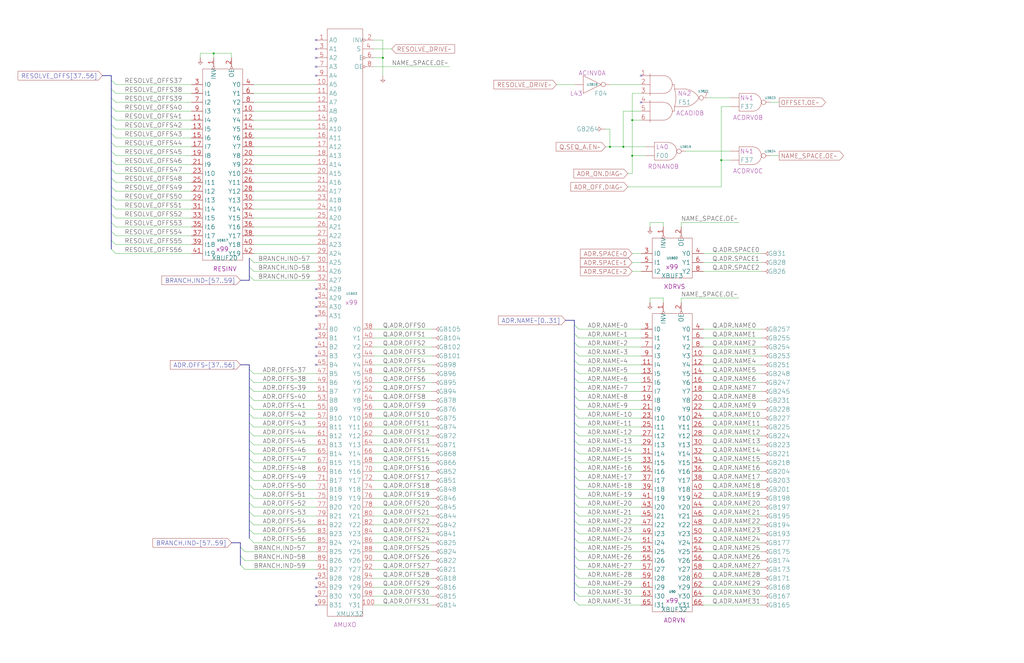
<source format=kicad_sch>
(kicad_sch (version 20230121) (generator eeschema)
  (paper "User" 584.2 378.46)
  (title_block (title "ADDRESS BUS DRIVERS") (date "22-MAY-90") (rev "1.0") (comment 1 "SEQUENCER") (comment 2 "232-003064") (comment 3 "S400") (comment 4 "RELEASED"))
  (junction (at 355.6 83.82))
  (junction (at 347.98 83.82))
  (junction (at 411.48 91.44))
  (junction (at 218.44 33.02))
  (junction (at 360.68 68.58))
  (junction (at 360.68 88.9))
  (junction (at 121.92 30.48))
  (no_connect (at 180.34 27.94))
  (no_connect (at 180.34 180.34))
  (no_connect (at 180.34 187.96))
  (no_connect (at 180.34 170.18))
  (no_connect (at 180.34 193.04))
  (no_connect (at 180.34 43.18))
  (no_connect (at 180.34 208.28))
  (no_connect (at 365.76 43.18))
  (no_connect (at 180.34 340.36))
  (no_connect (at 180.34 345.44))
  (no_connect (at 180.34 203.2))
  (no_connect (at 180.34 175.26))
  (no_connect (at 180.34 165.1))
  (no_connect (at 180.34 33.02))
  (no_connect (at 180.34 22.86))
  (no_connect (at 180.34 198.12))
  (no_connect (at 180.34 330.2))
  (no_connect (at 365.76 58.42))
  (no_connect (at 180.34 335.28))
  (no_connect (at 180.34 38.1))
  (bus_entry (at 327.66 297.18) (size 2.54 2.54))
  (bus_entry (at 327.66 246.38) (size 2.54 2.54))
  (bus_entry (at 142.24 236.22) (size 2.54 2.54))
  (bus_entry (at 327.66 307.34) (size 2.54 2.54))
  (bus_entry (at 137.16 317.5) (size 2.54 2.54))
  (bus_entry (at 327.66 251.46) (size 2.54 2.54))
  (bus_entry (at 327.66 322.58) (size 2.54 2.54))
  (bus_entry (at 327.66 231.14) (size 2.54 2.54))
  (bus_entry (at 327.66 287.02) (size 2.54 2.54))
  (bus_entry (at 327.66 241.3) (size 2.54 2.54))
  (bus_entry (at 63.5 91.44) (size 2.54 2.54))
  (bus_entry (at 63.5 60.96) (size 2.54 2.54))
  (bus_entry (at 327.66 312.42) (size 2.54 2.54))
  (bus_entry (at 142.24 231.14) (size 2.54 2.54))
  (bus_entry (at 327.66 317.5) (size 2.54 2.54))
  (bus_entry (at 327.66 327.66) (size 2.54 2.54))
  (bus_entry (at 142.24 307.34) (size 2.54 2.54))
  (bus_entry (at 142.24 297.18) (size 2.54 2.54))
  (bus_entry (at 327.66 276.86) (size 2.54 2.54))
  (bus_entry (at 142.24 261.62) (size 2.54 2.54))
  (bus_entry (at 327.66 271.78) (size 2.54 2.54))
  (bus_entry (at 63.5 71.12) (size 2.54 2.54))
  (bus_entry (at 327.66 215.9) (size 2.54 2.54))
  (bus_entry (at 63.5 96.52) (size 2.54 2.54))
  (bus_entry (at 142.24 210.82) (size 2.54 2.54))
  (bus_entry (at 142.24 251.46) (size 2.54 2.54))
  (bus_entry (at 327.66 220.98) (size 2.54 2.54))
  (bus_entry (at 142.24 287.02) (size 2.54 2.54))
  (bus_entry (at 63.5 101.6) (size 2.54 2.54))
  (bus_entry (at 327.66 342.9) (size 2.54 2.54))
  (bus_entry (at 327.66 332.74) (size 2.54 2.54))
  (bus_entry (at 327.66 200.66) (size 2.54 2.54))
  (bus_entry (at 142.24 266.7) (size 2.54 2.54))
  (bus_entry (at 142.24 271.78) (size 2.54 2.54))
  (bus_entry (at 327.66 261.62) (size 2.54 2.54))
  (bus_entry (at 327.66 226.06) (size 2.54 2.54))
  (bus_entry (at 142.24 256.54) (size 2.54 2.54))
  (bus_entry (at 142.24 292.1) (size 2.54 2.54))
  (bus_entry (at 142.24 281.94) (size 2.54 2.54))
  (bus_entry (at 63.5 127) (size 2.54 2.54))
  (bus_entry (at 142.24 157.48) (size 2.54 2.54))
  (bus_entry (at 63.5 106.68) (size 2.54 2.54))
  (bus_entry (at 63.5 66.04) (size 2.54 2.54))
  (bus_entry (at 142.24 152.4) (size 2.54 2.54))
  (bus_entry (at 63.5 45.72) (size 2.54 2.54))
  (bus_entry (at 142.24 220.98) (size 2.54 2.54))
  (bus_entry (at 63.5 121.92) (size 2.54 2.54))
  (bus_entry (at 327.66 266.7) (size 2.54 2.54))
  (bus_entry (at 327.66 337.82) (size 2.54 2.54))
  (bus_entry (at 137.16 312.42) (size 2.54 2.54))
  (bus_entry (at 327.66 210.82) (size 2.54 2.54))
  (bus_entry (at 142.24 147.32) (size 2.54 2.54))
  (bus_entry (at 142.24 215.9) (size 2.54 2.54))
  (bus_entry (at 63.5 50.8) (size 2.54 2.54))
  (bus_entry (at 327.66 195.58) (size 2.54 2.54))
  (bus_entry (at 327.66 185.42) (size 2.54 2.54))
  (bus_entry (at 63.5 142.24) (size 2.54 2.54))
  (bus_entry (at 142.24 226.06) (size 2.54 2.54))
  (bus_entry (at 63.5 76.2) (size 2.54 2.54))
  (bus_entry (at 63.5 132.08) (size 2.54 2.54))
  (bus_entry (at 63.5 111.76) (size 2.54 2.54))
  (bus_entry (at 63.5 81.28) (size 2.54 2.54))
  (bus_entry (at 327.66 292.1) (size 2.54 2.54))
  (bus_entry (at 142.24 276.86) (size 2.54 2.54))
  (bus_entry (at 327.66 236.22) (size 2.54 2.54))
  (bus_entry (at 63.5 116.84) (size 2.54 2.54))
  (bus_entry (at 327.66 256.54) (size 2.54 2.54))
  (bus_entry (at 327.66 205.74) (size 2.54 2.54))
  (bus_entry (at 327.66 302.26) (size 2.54 2.54))
  (bus_entry (at 142.24 241.3) (size 2.54 2.54))
  (bus_entry (at 327.66 281.94) (size 2.54 2.54))
  (bus_entry (at 327.66 190.5) (size 2.54 2.54))
  (bus_entry (at 63.5 55.88) (size 2.54 2.54))
  (bus_entry (at 142.24 302.26) (size 2.54 2.54))
  (bus_entry (at 142.24 246.38) (size 2.54 2.54))
  (bus_entry (at 137.16 322.58) (size 2.54 2.54))
  (bus_entry (at 63.5 137.16) (size 2.54 2.54))
  (bus_entry (at 63.5 86.36) (size 2.54 2.54))
  (bus (pts (xy 142.24 246.38) (xy 142.24 251.46)))
  (wire (pts (xy 66.04 53.34) (xy 109.22 53.34)))
  (wire (pts (xy 330.2 218.44) (xy 365.76 218.44)))
  (wire (pts (xy 401.32 198.12) (xy 434.34 198.12)))
  (wire (pts (xy 411.48 60.96) (xy 416.56 60.96)))
  (bus (pts (xy 322.58 182.88) (xy 327.66 182.88)))
  (bus (pts (xy 327.66 337.82) (xy 327.66 342.9)))
  (wire (pts (xy 139.7 320.04) (xy 180.34 320.04)))
  (bus (pts (xy 327.66 226.06) (xy 327.66 231.14)))
  (wire (pts (xy 213.36 335.28) (xy 246.38 335.28)))
  (wire (pts (xy 330.2 304.8) (xy 365.76 304.8)))
  (bus (pts (xy 142.24 266.7) (xy 142.24 271.78)))
  (bus (pts (xy 63.5 45.72) (xy 63.5 50.8)))
  (wire (pts (xy 370.84 170.18) (xy 378.46 170.18)))
  (wire (pts (xy 370.84 172.72) (xy 370.84 170.18)))
  (wire (pts (xy 144.78 53.34) (xy 180.34 53.34)))
  (bus (pts (xy 63.5 111.76) (xy 63.5 116.84)))
  (wire (pts (xy 213.36 243.84) (xy 246.38 243.84)))
  (wire (pts (xy 218.44 33.02) (xy 218.44 43.18)))
  (bus (pts (xy 63.5 101.6) (xy 63.5 106.68)))
  (wire (pts (xy 66.04 139.7) (xy 109.22 139.7)))
  (wire (pts (xy 213.36 279.4) (xy 246.38 279.4)))
  (wire (pts (xy 401.32 294.64) (xy 434.34 294.64)))
  (wire (pts (xy 330.2 294.64) (xy 365.76 294.64)))
  (wire (pts (xy 144.78 134.62) (xy 180.34 134.62)))
  (wire (pts (xy 401.32 279.4) (xy 434.34 279.4)))
  (wire (pts (xy 365.76 68.58) (xy 360.68 68.58)))
  (bus (pts (xy 142.24 152.4) (xy 142.24 157.48)))
  (bus (pts (xy 327.66 327.66) (xy 327.66 332.74)))
  (wire (pts (xy 144.78 274.32) (xy 180.34 274.32)))
  (bus (pts (xy 63.5 86.36) (xy 63.5 91.44)))
  (wire (pts (xy 114.3 33.02) (xy 114.3 30.48)))
  (wire (pts (xy 213.36 294.64) (xy 246.38 294.64)))
  (wire (pts (xy 144.78 104.14) (xy 180.34 104.14)))
  (bus (pts (xy 327.66 281.94) (xy 327.66 287.02)))
  (wire (pts (xy 401.32 248.92) (xy 434.34 248.92)))
  (wire (pts (xy 355.6 63.5) (xy 355.6 83.82)))
  (bus (pts (xy 327.66 302.26) (xy 327.66 307.34)))
  (wire (pts (xy 144.78 149.86) (xy 180.34 149.86)))
  (wire (pts (xy 330.2 289.56) (xy 365.76 289.56)))
  (wire (pts (xy 218.44 22.86) (xy 213.36 22.86)))
  (wire (pts (xy 144.78 63.5) (xy 180.34 63.5)))
  (wire (pts (xy 144.78 99.06) (xy 180.34 99.06)))
  (wire (pts (xy 401.32 228.6) (xy 434.34 228.6)))
  (wire (pts (xy 144.78 124.46) (xy 180.34 124.46)))
  (bus (pts (xy 327.66 287.02) (xy 327.66 292.1)))
  (bus (pts (xy 142.24 241.3) (xy 142.24 246.38)))
  (wire (pts (xy 401.32 284.48) (xy 434.34 284.48)))
  (wire (pts (xy 401.32 208.28) (xy 434.34 208.28)))
  (wire (pts (xy 144.78 213.36) (xy 180.34 213.36)))
  (wire (pts (xy 401.32 330.2) (xy 434.34 330.2)))
  (wire (pts (xy 213.36 259.08) (xy 246.38 259.08)))
  (wire (pts (xy 439.42 58.42) (xy 444.5 58.42)))
  (bus (pts (xy 327.66 190.5) (xy 327.66 195.58)))
  (wire (pts (xy 317.5 48.26) (xy 327.66 48.26)))
  (wire (pts (xy 213.36 208.28) (xy 246.38 208.28)))
  (wire (pts (xy 330.2 254) (xy 365.76 254)))
  (wire (pts (xy 330.2 299.72) (xy 365.76 299.72)))
  (wire (pts (xy 144.78 309.88) (xy 180.34 309.88)))
  (wire (pts (xy 401.32 238.76) (xy 434.34 238.76)))
  (wire (pts (xy 401.32 274.32) (xy 434.34 274.32)))
  (wire (pts (xy 401.32 213.36) (xy 434.34 213.36)))
  (wire (pts (xy 121.92 30.48) (xy 121.92 33.02)))
  (wire (pts (xy 66.04 48.26) (xy 109.22 48.26)))
  (wire (pts (xy 330.2 203.2) (xy 365.76 203.2)))
  (wire (pts (xy 439.42 88.9) (xy 444.5 88.9)))
  (wire (pts (xy 66.04 73.66) (xy 109.22 73.66)))
  (bus (pts (xy 327.66 256.54) (xy 327.66 261.62)))
  (bus (pts (xy 327.66 182.88) (xy 327.66 185.42)))
  (wire (pts (xy 378.46 170.18) (xy 378.46 172.72)))
  (wire (pts (xy 213.36 304.8) (xy 246.38 304.8)))
  (wire (pts (xy 213.36 284.48) (xy 246.38 284.48)))
  (wire (pts (xy 144.78 154.94) (xy 180.34 154.94)))
  (bus (pts (xy 63.5 132.08) (xy 63.5 137.16)))
  (wire (pts (xy 144.78 119.38) (xy 180.34 119.38)))
  (wire (pts (xy 144.78 294.64) (xy 180.34 294.64)))
  (wire (pts (xy 401.32 325.12) (xy 434.34 325.12)))
  (bus (pts (xy 327.66 195.58) (xy 327.66 200.66)))
  (wire (pts (xy 213.36 38.1) (xy 256.54 38.1)))
  (bus (pts (xy 63.5 43.18) (xy 63.5 45.72)))
  (wire (pts (xy 360.68 149.86) (xy 365.76 149.86)))
  (wire (pts (xy 401.32 243.84) (xy 434.34 243.84)))
  (wire (pts (xy 330.2 284.48) (xy 365.76 284.48)))
  (wire (pts (xy 213.36 27.94) (xy 223.52 27.94)))
  (wire (pts (xy 411.48 91.44) (xy 416.56 91.44)))
  (bus (pts (xy 63.5 96.52) (xy 63.5 101.6)))
  (wire (pts (xy 330.2 309.88) (xy 365.76 309.88)))
  (wire (pts (xy 132.08 30.48) (xy 132.08 33.02)))
  (wire (pts (xy 213.36 248.92) (xy 246.38 248.92)))
  (wire (pts (xy 370.84 127) (xy 378.46 127)))
  (bus (pts (xy 327.66 312.42) (xy 327.66 317.5)))
  (wire (pts (xy 66.04 124.46) (xy 109.22 124.46)))
  (wire (pts (xy 401.32 187.96) (xy 434.34 187.96)))
  (wire (pts (xy 144.78 228.6) (xy 180.34 228.6)))
  (bus (pts (xy 327.66 297.18) (xy 327.66 302.26)))
  (bus (pts (xy 327.66 241.3) (xy 327.66 246.38)))
  (wire (pts (xy 391.16 86.36) (xy 416.56 86.36)))
  (bus (pts (xy 327.66 292.1) (xy 327.66 297.18)))
  (wire (pts (xy 66.04 99.06) (xy 109.22 99.06)))
  (wire (pts (xy 368.3 88.9) (xy 360.68 88.9)))
  (wire (pts (xy 330.2 274.32) (xy 365.76 274.32)))
  (wire (pts (xy 144.78 144.78) (xy 180.34 144.78)))
  (wire (pts (xy 330.2 264.16) (xy 365.76 264.16)))
  (bus (pts (xy 63.5 137.16) (xy 63.5 142.24)))
  (wire (pts (xy 401.32 345.44) (xy 434.34 345.44)))
  (bus (pts (xy 137.16 160.02) (xy 142.24 160.02)))
  (wire (pts (xy 330.2 228.6) (xy 365.76 228.6)))
  (wire (pts (xy 213.36 314.96) (xy 246.38 314.96)))
  (wire (pts (xy 401.32 218.44) (xy 434.34 218.44)))
  (wire (pts (xy 66.04 68.58) (xy 109.22 68.58)))
  (wire (pts (xy 66.04 63.5) (xy 109.22 63.5)))
  (wire (pts (xy 401.32 203.2) (xy 434.34 203.2)))
  (bus (pts (xy 142.24 292.1) (xy 142.24 297.18)))
  (bus (pts (xy 63.5 60.96) (xy 63.5 66.04)))
  (wire (pts (xy 401.32 254) (xy 434.34 254)))
  (bus (pts (xy 142.24 210.82) (xy 142.24 215.9)))
  (wire (pts (xy 66.04 134.62) (xy 109.22 134.62)))
  (wire (pts (xy 401.32 309.88) (xy 434.34 309.88)))
  (wire (pts (xy 370.84 129.54) (xy 370.84 127)))
  (bus (pts (xy 63.5 116.84) (xy 63.5 121.92)))
  (wire (pts (xy 66.04 83.82) (xy 109.22 83.82)))
  (wire (pts (xy 401.32 304.8) (xy 434.34 304.8)))
  (wire (pts (xy 401.32 149.86) (xy 434.34 149.86)))
  (wire (pts (xy 345.44 83.82) (xy 347.98 83.82)))
  (wire (pts (xy 330.2 223.52) (xy 365.76 223.52)))
  (wire (pts (xy 213.36 233.68) (xy 246.38 233.68)))
  (wire (pts (xy 330.2 279.4) (xy 365.76 279.4)))
  (wire (pts (xy 388.62 127) (xy 388.62 129.54)))
  (bus (pts (xy 137.16 208.28) (xy 142.24 208.28)))
  (bus (pts (xy 63.5 71.12) (xy 63.5 76.2)))
  (wire (pts (xy 330.2 325.12) (xy 365.76 325.12)))
  (bus (pts (xy 58.42 43.18) (xy 63.5 43.18)))
  (bus (pts (xy 63.5 81.28) (xy 63.5 86.36)))
  (wire (pts (xy 401.32 289.56) (xy 434.34 289.56)))
  (wire (pts (xy 401.32 320.04) (xy 434.34 320.04)))
  (wire (pts (xy 144.78 259.08) (xy 180.34 259.08)))
  (bus (pts (xy 327.66 261.62) (xy 327.66 266.7)))
  (bus (pts (xy 132.08 309.88) (xy 137.16 309.88)))
  (bus (pts (xy 137.16 309.88) (xy 137.16 312.42)))
  (wire (pts (xy 360.68 68.58) (xy 360.68 88.9)))
  (wire (pts (xy 411.48 91.44) (xy 411.48 60.96)))
  (wire (pts (xy 330.2 213.36) (xy 365.76 213.36)))
  (wire (pts (xy 330.2 187.96) (xy 365.76 187.96)))
  (wire (pts (xy 330.2 335.28) (xy 365.76 335.28)))
  (bus (pts (xy 142.24 297.18) (xy 142.24 302.26)))
  (wire (pts (xy 330.2 340.36) (xy 365.76 340.36)))
  (wire (pts (xy 401.32 144.78) (xy 434.34 144.78)))
  (bus (pts (xy 63.5 91.44) (xy 63.5 96.52)))
  (bus (pts (xy 142.24 215.9) (xy 142.24 220.98)))
  (wire (pts (xy 144.78 93.98) (xy 180.34 93.98)))
  (wire (pts (xy 330.2 198.12) (xy 365.76 198.12)))
  (wire (pts (xy 144.78 223.52) (xy 180.34 223.52)))
  (bus (pts (xy 327.66 266.7) (xy 327.66 271.78)))
  (wire (pts (xy 139.7 325.12) (xy 180.34 325.12)))
  (bus (pts (xy 142.24 261.62) (xy 142.24 266.7)))
  (wire (pts (xy 330.2 320.04) (xy 365.76 320.04)))
  (wire (pts (xy 213.36 325.12) (xy 246.38 325.12)))
  (bus (pts (xy 142.24 231.14) (xy 142.24 236.22)))
  (wire (pts (xy 401.32 264.16) (xy 434.34 264.16)))
  (wire (pts (xy 345.44 73.66) (xy 347.98 73.66)))
  (bus (pts (xy 327.66 307.34) (xy 327.66 312.42)))
  (bus (pts (xy 327.66 246.38) (xy 327.66 251.46)))
  (wire (pts (xy 144.78 114.3) (xy 180.34 114.3)))
  (wire (pts (xy 144.78 243.84) (xy 180.34 243.84)))
  (wire (pts (xy 66.04 78.74) (xy 109.22 78.74)))
  (wire (pts (xy 421.64 127) (xy 388.62 127)))
  (wire (pts (xy 144.78 68.58) (xy 180.34 68.58)))
  (wire (pts (xy 360.68 68.58) (xy 360.68 53.34)))
  (wire (pts (xy 213.36 218.44) (xy 246.38 218.44)))
  (wire (pts (xy 66.04 129.54) (xy 109.22 129.54)))
  (wire (pts (xy 330.2 259.08) (xy 365.76 259.08)))
  (wire (pts (xy 213.36 203.2) (xy 246.38 203.2)))
  (bus (pts (xy 327.66 185.42) (xy 327.66 190.5)))
  (wire (pts (xy 330.2 269.24) (xy 365.76 269.24)))
  (wire (pts (xy 213.36 264.16) (xy 246.38 264.16)))
  (bus (pts (xy 327.66 251.46) (xy 327.66 256.54)))
  (bus (pts (xy 327.66 276.86) (xy 327.66 281.94)))
  (bus (pts (xy 142.24 256.54) (xy 142.24 261.62)))
  (bus (pts (xy 142.24 271.78) (xy 142.24 276.86)))
  (bus (pts (xy 137.16 317.5) (xy 137.16 322.58)))
  (wire (pts (xy 213.36 289.56) (xy 246.38 289.56)))
  (bus (pts (xy 327.66 210.82) (xy 327.66 215.9)))
  (wire (pts (xy 213.36 228.6) (xy 246.38 228.6)))
  (wire (pts (xy 213.36 330.2) (xy 246.38 330.2)))
  (wire (pts (xy 144.78 248.92) (xy 180.34 248.92)))
  (wire (pts (xy 144.78 304.8) (xy 180.34 304.8)))
  (bus (pts (xy 63.5 76.2) (xy 63.5 81.28)))
  (bus (pts (xy 142.24 287.02) (xy 142.24 292.1)))
  (wire (pts (xy 401.32 154.94) (xy 434.34 154.94)))
  (wire (pts (xy 144.78 269.24) (xy 180.34 269.24)))
  (bus (pts (xy 142.24 147.32) (xy 142.24 152.4)))
  (wire (pts (xy 66.04 109.22) (xy 109.22 109.22)))
  (wire (pts (xy 144.78 279.4) (xy 180.34 279.4)))
  (wire (pts (xy 355.6 63.5) (xy 365.76 63.5)))
  (wire (pts (xy 66.04 93.98) (xy 109.22 93.98)))
  (wire (pts (xy 330.2 243.84) (xy 365.76 243.84)))
  (wire (pts (xy 144.78 48.26) (xy 180.34 48.26)))
  (bus (pts (xy 142.24 208.28) (xy 142.24 210.82)))
  (bus (pts (xy 327.66 332.74) (xy 327.66 337.82)))
  (wire (pts (xy 66.04 58.42) (xy 109.22 58.42)))
  (wire (pts (xy 66.04 119.38) (xy 109.22 119.38)))
  (wire (pts (xy 330.2 208.28) (xy 365.76 208.28)))
  (wire (pts (xy 330.2 248.92) (xy 365.76 248.92)))
  (bus (pts (xy 142.24 281.94) (xy 142.24 287.02)))
  (wire (pts (xy 360.68 88.9) (xy 360.68 99.06)))
  (bus (pts (xy 327.66 322.58) (xy 327.66 327.66)))
  (wire (pts (xy 213.36 320.04) (xy 246.38 320.04)))
  (wire (pts (xy 213.36 269.24) (xy 246.38 269.24)))
  (wire (pts (xy 401.32 223.52) (xy 434.34 223.52)))
  (wire (pts (xy 365.76 53.34) (xy 360.68 53.34)))
  (wire (pts (xy 401.32 193.04) (xy 434.34 193.04)))
  (wire (pts (xy 401.32 314.96) (xy 434.34 314.96)))
  (wire (pts (xy 144.78 299.72) (xy 180.34 299.72)))
  (wire (pts (xy 144.78 233.68) (xy 180.34 233.68)))
  (wire (pts (xy 144.78 254) (xy 180.34 254)))
  (bus (pts (xy 142.24 220.98) (xy 142.24 226.06)))
  (bus (pts (xy 142.24 226.06) (xy 142.24 231.14)))
  (bus (pts (xy 327.66 220.98) (xy 327.66 226.06)))
  (wire (pts (xy 144.78 284.48) (xy 180.34 284.48)))
  (wire (pts (xy 213.36 193.04) (xy 246.38 193.04)))
  (wire (pts (xy 144.78 58.42) (xy 180.34 58.42)))
  (wire (pts (xy 421.64 170.18) (xy 388.62 170.18)))
  (wire (pts (xy 401.32 233.68) (xy 434.34 233.68)))
  (bus (pts (xy 327.66 205.74) (xy 327.66 210.82)))
  (wire (pts (xy 358.14 106.68) (xy 411.48 106.68)))
  (bus (pts (xy 63.5 55.88) (xy 63.5 60.96)))
  (wire (pts (xy 144.78 264.16) (xy 180.34 264.16)))
  (wire (pts (xy 213.36 254) (xy 246.38 254)))
  (wire (pts (xy 218.44 33.02) (xy 218.44 22.86)))
  (wire (pts (xy 66.04 88.9) (xy 109.22 88.9)))
  (wire (pts (xy 144.78 160.02) (xy 180.34 160.02)))
  (wire (pts (xy 213.36 340.36) (xy 246.38 340.36)))
  (wire (pts (xy 401.32 269.24) (xy 434.34 269.24)))
  (wire (pts (xy 401.32 299.72) (xy 434.34 299.72)))
  (bus (pts (xy 137.16 312.42) (xy 137.16 317.5)))
  (wire (pts (xy 144.78 109.22) (xy 180.34 109.22)))
  (bus (pts (xy 63.5 121.92) (xy 63.5 127)))
  (wire (pts (xy 144.78 139.7) (xy 180.34 139.7)))
  (bus (pts (xy 327.66 200.66) (xy 327.66 205.74)))
  (wire (pts (xy 411.48 106.68) (xy 411.48 91.44)))
  (wire (pts (xy 144.78 218.44) (xy 180.34 218.44)))
  (wire (pts (xy 213.36 33.02) (xy 218.44 33.02)))
  (wire (pts (xy 144.78 289.56) (xy 180.34 289.56)))
  (wire (pts (xy 66.04 144.78) (xy 109.22 144.78)))
  (wire (pts (xy 388.62 170.18) (xy 388.62 172.72)))
  (bus (pts (xy 63.5 127) (xy 63.5 132.08)))
  (wire (pts (xy 66.04 114.3) (xy 109.22 114.3)))
  (bus (pts (xy 327.66 271.78) (xy 327.66 276.86)))
  (wire (pts (xy 139.7 314.96) (xy 180.34 314.96)))
  (wire (pts (xy 213.36 309.88) (xy 246.38 309.88)))
  (wire (pts (xy 330.2 330.2) (xy 365.76 330.2)))
  (wire (pts (xy 121.92 30.48) (xy 132.08 30.48)))
  (wire (pts (xy 144.78 238.76) (xy 180.34 238.76)))
  (bus (pts (xy 63.5 106.68) (xy 63.5 111.76)))
  (wire (pts (xy 330.2 193.04) (xy 365.76 193.04)))
  (wire (pts (xy 66.04 104.14) (xy 109.22 104.14)))
  (bus (pts (xy 63.5 50.8) (xy 63.5 55.88)))
  (wire (pts (xy 213.36 345.44) (xy 246.38 345.44)))
  (wire (pts (xy 347.98 83.82) (xy 355.6 83.82)))
  (wire (pts (xy 330.2 314.96) (xy 365.76 314.96)))
  (wire (pts (xy 360.68 154.94) (xy 365.76 154.94)))
  (bus (pts (xy 327.66 317.5) (xy 327.66 322.58)))
  (wire (pts (xy 213.36 238.76) (xy 246.38 238.76)))
  (wire (pts (xy 144.78 129.54) (xy 180.34 129.54)))
  (wire (pts (xy 403.86 55.88) (xy 416.56 55.88)))
  (bus (pts (xy 63.5 66.04) (xy 63.5 71.12)))
  (wire (pts (xy 347.98 48.26) (xy 365.76 48.26)))
  (wire (pts (xy 378.46 127) (xy 378.46 129.54)))
  (bus (pts (xy 142.24 302.26) (xy 142.24 307.34)))
  (wire (pts (xy 401.32 259.08) (xy 434.34 259.08)))
  (wire (pts (xy 144.78 83.82) (xy 180.34 83.82)))
  (wire (pts (xy 213.36 213.36) (xy 246.38 213.36)))
  (wire (pts (xy 114.3 30.48) (xy 121.92 30.48)))
  (wire (pts (xy 213.36 299.72) (xy 246.38 299.72)))
  (bus (pts (xy 142.24 236.22) (xy 142.24 241.3)))
  (wire (pts (xy 401.32 340.36) (xy 434.34 340.36)))
  (wire (pts (xy 144.78 78.74) (xy 180.34 78.74)))
  (wire (pts (xy 355.6 83.82) (xy 368.3 83.82)))
  (bus (pts (xy 142.24 276.86) (xy 142.24 281.94)))
  (bus (pts (xy 327.66 236.22) (xy 327.66 241.3)))
  (wire (pts (xy 360.68 144.78) (xy 365.76 144.78)))
  (wire (pts (xy 213.36 187.96) (xy 246.38 187.96)))
  (wire (pts (xy 213.36 274.32) (xy 246.38 274.32)))
  (wire (pts (xy 330.2 238.76) (xy 365.76 238.76)))
  (wire (pts (xy 213.36 198.12) (xy 246.38 198.12)))
  (bus (pts (xy 327.66 231.14) (xy 327.66 236.22)))
  (wire (pts (xy 401.32 335.28) (xy 434.34 335.28)))
  (wire (pts (xy 144.78 73.66) (xy 180.34 73.66)))
  (wire (pts (xy 347.98 73.66) (xy 347.98 83.82)))
  (bus (pts (xy 142.24 160.02) (xy 142.24 157.48)))
  (wire (pts (xy 213.36 223.52) (xy 246.38 223.52)))
  (wire (pts (xy 144.78 88.9) (xy 180.34 88.9)))
  (bus (pts (xy 327.66 215.9) (xy 327.66 220.98)))
  (wire (pts (xy 358.14 99.06) (xy 360.68 99.06)))
  (bus (pts (xy 142.24 251.46) (xy 142.24 256.54)))
  (wire (pts (xy 330.2 345.44) (xy 365.76 345.44)))
  (wire (pts (xy 330.2 233.68) (xy 365.76 233.68)))
  (label "Q.ADR.OFFS15" (at 218.44 264.16 0) (effects (font (size 2.54 2.54))))
  (label "RESOLVE_OFFS46" (at 71.12 93.98 0) (effects (font (size 2.54 2.54))))
  (label "ADR.NAME~26" (at 335.28 320.04 0) (effects (font (size 2.54 2.54))))
  (label "Q.ADR.OFFS16" (at 218.44 269.24 0) (effects (font (size 2.54 2.54))))
  (label "Q.ADR.NAME30" (at 406.4 340.36 0) (effects (font (size 2.54 2.54))))
  (label "Q.ADR.NAME1" (at 406.4 193.04 0) (effects (font (size 2.54 2.54))))
  (label "Q.ADR.OFFS25" (at 218.44 314.96 0) (effects (font (size 2.54 2.54))))
  (label "ADR.NAME~4" (at 335.28 208.28 0) (effects (font (size 2.54 2.54))))
  (label "Q.ADR.NAME2" (at 406.4 198.12 0) (effects (font (size 2.54 2.54))))
  (label "RESOLVE_OFFS44" (at 71.12 83.82 0) (effects (font (size 2.54 2.54))))
  (label "ADR.NAME~6" (at 335.28 218.44 0) (effects (font (size 2.54 2.54))))
  (label "ADR.NAME~1" (at 335.28 193.04 0) (effects (font (size 2.54 2.54))))
  (label "Q.ADR.NAME29" (at 406.4 335.28 0) (effects (font (size 2.54 2.54))))
  (label "Q.ADR.SPACE2" (at 406.4 154.94 0) (effects (font (size 2.54 2.54))))
  (label "Q.ADR.NAME14" (at 406.4 259.08 0) (effects (font (size 2.54 2.54))))
  (label "Q.ADR.NAME3" (at 406.4 203.2 0) (effects (font (size 2.54 2.54))))
  (label "BRANCH.IND~58" (at 144.78 320.04 0) (effects (font (size 2.54 2.54))))
  (label "BRANCH.IND~57" (at 147.32 149.86 0) (effects (font (size 2.54 2.54))))
  (label "ADR.NAME~8" (at 335.28 228.6 0) (effects (font (size 2.54 2.54))))
  (label "ADR.NAME~27" (at 335.28 325.12 0) (effects (font (size 2.54 2.54))))
  (label "Q.ADR.NAME0" (at 406.4 187.96 0) (effects (font (size 2.54 2.54))))
  (label "BRANCH.IND~58" (at 147.32 154.94 0) (effects (font (size 2.54 2.54))))
  (label "BRANCH.IND~59" (at 147.32 160.02 0) (effects (font (size 2.54 2.54))))
  (label "ADR.OFFS~37" (at 149.86 213.36 0) (effects (font (size 2.54 2.54))))
  (label "NAME_SPACE.OE~" (at 223.52 38.1 0) (effects (font (size 2.54 2.54))))
  (label "ADR.OFFS~41" (at 149.86 233.68 0) (effects (font (size 2.54 2.54))))
  (label "Q.ADR.OFFS9" (at 218.44 233.68 0) (effects (font (size 2.54 2.54))))
  (label "RESOLVE_OFFS52" (at 71.12 124.46 0) (effects (font (size 2.54 2.54))))
  (label "Q.ADR.OFFS3" (at 218.44 203.2 0) (effects (font (size 2.54 2.54))))
  (label "ADR.OFFS~43" (at 149.86 243.84 0) (effects (font (size 2.54 2.54))))
  (label "RESOLVE_OFFS50" (at 71.12 114.3 0) (effects (font (size 2.54 2.54))))
  (label "ADR.NAME~16" (at 335.28 269.24 0) (effects (font (size 2.54 2.54))))
  (label "ADR.NAME~9" (at 335.28 233.68 0) (effects (font (size 2.54 2.54))))
  (label "ADR.NAME~25" (at 335.28 314.96 0) (effects (font (size 2.54 2.54))))
  (label "Q.ADR.NAME6" (at 406.4 218.44 0) (effects (font (size 2.54 2.54))))
  (label "ADR.OFFS~45" (at 149.86 254 0) (effects (font (size 2.54 2.54))))
  (label "Q.ADR.OFFS12" (at 218.44 248.92 0) (effects (font (size 2.54 2.54))))
  (label "ADR.NAME~15" (at 335.28 264.16 0) (effects (font (size 2.54 2.54))))
  (label "Q.ADR.NAME13" (at 406.4 254 0) (effects (font (size 2.54 2.54))))
  (label "ADR.OFFS~47" (at 149.86 264.16 0) (effects (font (size 2.54 2.54))))
  (label "RESOLVE_OFFS53" (at 71.12 129.54 0) (effects (font (size 2.54 2.54))))
  (label "Q.ADR.NAME7" (at 406.4 223.52 0) (effects (font (size 2.54 2.54))))
  (label "Q.ADR.NAME17" (at 406.4 274.32 0) (effects (font (size 2.54 2.54))))
  (label "Q.ADR.NAME22" (at 406.4 299.72 0) (effects (font (size 2.54 2.54))))
  (label "RESOLVE_OFFS54" (at 71.12 134.62 0) (effects (font (size 2.54 2.54))))
  (label "BRANCH.IND~57" (at 144.78 314.96 0) (effects (font (size 2.54 2.54))))
  (label "ADR.NAME~11" (at 335.28 243.84 0) (effects (font (size 2.54 2.54))))
  (label "Q.ADR.OFFS23" (at 218.44 304.8 0) (effects (font (size 2.54 2.54))))
  (label "Q.ADR.OFFS30" (at 218.44 340.36 0) (effects (font (size 2.54 2.54))))
  (label "RESOLVE_OFFS37" (at 71.12 48.26 0) (effects (font (size 2.54 2.54))))
  (label "Q.ADR.NAME15" (at 406.4 264.16 0) (effects (font (size 2.54 2.54))))
  (label "ADR.NAME~30" (at 335.28 340.36 0) (effects (font (size 2.54 2.54))))
  (label "Q.ADR.OFFS7" (at 218.44 223.52 0) (effects (font (size 2.54 2.54))))
  (label "Q.ADR.NAME10" (at 406.4 238.76 0) (effects (font (size 2.54 2.54))))
  (label "NAME_SPACE.OE~" (at 388.62 127 0) (effects (font (size 2.54 2.54))))
  (label "ADR.OFFS~40" (at 149.86 228.6 0) (effects (font (size 2.54 2.54))))
  (label "Q.ADR.OFFS6" (at 218.44 218.44 0) (effects (font (size 2.54 2.54))))
  (label "ADR.NAME~14" (at 335.28 259.08 0) (effects (font (size 2.54 2.54))))
  (label "Q.ADR.SPACE1" (at 406.4 149.86 0) (effects (font (size 2.54 2.54))))
  (label "RESOLVE_OFFS42" (at 71.12 73.66 0) (effects (font (size 2.54 2.54))))
  (label "Q.ADR.SPACE0" (at 406.4 144.78 0) (effects (font (size 2.54 2.54))))
  (label "ADR.NAME~18" (at 335.28 279.4 0) (effects (font (size 2.54 2.54))))
  (label "Q.ADR.OFFS26" (at 218.44 320.04 0) (effects (font (size 2.54 2.54))))
  (label "BRANCH.IND~59" (at 144.78 325.12 0) (effects (font (size 2.54 2.54))))
  (label "Q.ADR.NAME16" (at 406.4 269.24 0) (effects (font (size 2.54 2.54))))
  (label "ADR.NAME~12" (at 335.28 248.92 0) (effects (font (size 2.54 2.54))))
  (label "ADR.NAME~10" (at 335.28 238.76 0) (effects (font (size 2.54 2.54))))
  (label "RESOLVE_OFFS55" (at 71.12 139.7 0) (effects (font (size 2.54 2.54))))
  (label "Q.ADR.OFFS27" (at 218.44 325.12 0) (effects (font (size 2.54 2.54))))
  (label "RESOLVE_OFFS51" (at 71.12 119.38 0) (effects (font (size 2.54 2.54))))
  (label "Q.ADR.OFFS17" (at 218.44 274.32 0) (effects (font (size 2.54 2.54))))
  (label "Q.ADR.OFFS28" (at 218.44 330.2 0) (effects (font (size 2.54 2.54))))
  (label "ADR.NAME~23" (at 335.28 304.8 0) (effects (font (size 2.54 2.54))))
  (label "Q.ADR.OFFS5" (at 218.44 213.36 0) (effects (font (size 2.54 2.54))))
  (label "RESOLVE_OFFS48" (at 71.12 104.14 0) (effects (font (size 2.54 2.54))))
  (label "Q.ADR.NAME9" (at 406.4 233.68 0) (effects (font (size 2.54 2.54))))
  (label "ADR.OFFS~55" (at 149.86 304.8 0) (effects (font (size 2.54 2.54))))
  (label "Q.ADR.NAME8" (at 406.4 228.6 0) (effects (font (size 2.54 2.54))))
  (label "Q.ADR.NAME5" (at 406.4 213.36 0) (effects (font (size 2.54 2.54))))
  (label "ADR.NAME~0" (at 335.28 187.96 0) (effects (font (size 2.54 2.54))))
  (label "Q.ADR.OFFS19" (at 218.44 284.48 0) (effects (font (size 2.54 2.54))))
  (label "Q.ADR.OFFS29" (at 218.44 335.28 0) (effects (font (size 2.54 2.54))))
  (label "ADR.NAME~28" (at 335.28 330.2 0) (effects (font (size 2.54 2.54))))
  (label "RESOLVE_OFFS49" (at 71.12 109.22 0) (effects (font (size 2.54 2.54))))
  (label "ADR.NAME~5" (at 335.28 213.36 0) (effects (font (size 2.54 2.54))))
  (label "Q.ADR.OFFS21" (at 218.44 294.64 0) (effects (font (size 2.54 2.54))))
  (label "Q.ADR.OFFS1" (at 218.44 193.04 0) (effects (font (size 2.54 2.54))))
  (label "Q.ADR.OFFS14" (at 218.44 259.08 0) (effects (font (size 2.54 2.54))))
  (label "RESOLVE_OFFS41" (at 71.12 68.58 0) (effects (font (size 2.54 2.54))))
  (label "ADR.OFFS~50" (at 149.86 279.4 0) (effects (font (size 2.54 2.54))))
  (label "NAME_SPACE.OE~" (at 388.62 170.18 0) (effects (font (size 2.54 2.54))))
  (label "Q.ADR.NAME20" (at 406.4 289.56 0) (effects (font (size 2.54 2.54))))
  (label "ADR.OFFS~42" (at 149.86 238.76 0) (effects (font (size 2.54 2.54))))
  (label "Q.ADR.OFFS10" (at 218.44 238.76 0) (effects (font (size 2.54 2.54))))
  (label "ADR.NAME~19" (at 335.28 284.48 0) (effects (font (size 2.54 2.54))))
  (label "RESOLVE_OFFS47" (at 71.12 99.06 0) (effects (font (size 2.54 2.54))))
  (label "Q.ADR.NAME31" (at 406.4 345.44 0) (effects (font (size 2.54 2.54))))
  (label "ADR.OFFS~56" (at 149.86 309.88 0) (effects (font (size 2.54 2.54))))
  (label "ADR.OFFS~38" (at 149.86 218.44 0) (effects (font (size 2.54 2.54))))
  (label "Q.ADR.NAME12" (at 406.4 248.92 0) (effects (font (size 2.54 2.54))))
  (label "Q.ADR.OFFS13" (at 218.44 254 0) (effects (font (size 2.54 2.54))))
  (label "Q.ADR.OFFS2" (at 218.44 198.12 0) (effects (font (size 2.54 2.54))))
  (label "Q.ADR.OFFS24" (at 218.44 309.88 0) (effects (font (size 2.54 2.54))))
  (label "Q.ADR.NAME23" (at 406.4 304.8 0) (effects (font (size 2.54 2.54))))
  (label "ADR.OFFS~49" (at 149.86 274.32 0) (effects (font (size 2.54 2.54))))
  (label "RESOLVE_OFFS38" (at 71.12 53.34 0) (effects (font (size 2.54 2.54))))
  (label "ADR.OFFS~52" (at 149.86 289.56 0) (effects (font (size 2.54 2.54))))
  (label "RESOLVE_OFFS43" (at 71.12 78.74 0) (effects (font (size 2.54 2.54))))
  (label "ADR.NAME~2" (at 335.28 198.12 0) (effects (font (size 2.54 2.54))))
  (label "ADR.OFFS~53" (at 149.86 294.64 0) (effects (font (size 2.54 2.54))))
  (label "ADR.NAME~20" (at 335.28 289.56 0) (effects (font (size 2.54 2.54))))
  (label "RESOLVE_OFFS39" (at 71.12 58.42 0) (effects (font (size 2.54 2.54))))
  (label "ADR.NAME~29" (at 335.28 335.28 0) (effects (font (size 2.54 2.54))))
  (label "Q.ADR.NAME28" (at 406.4 330.2 0) (effects (font (size 2.54 2.54))))
  (label "ADR.NAME~24" (at 335.28 309.88 0) (effects (font (size 2.54 2.54))))
  (label "ADR.NAME~21" (at 335.28 294.64 0) (effects (font (size 2.54 2.54))))
  (label "ADR.NAME~3" (at 335.28 203.2 0) (effects (font (size 2.54 2.54))))
  (label "Q.ADR.OFFS0" (at 218.44 187.96 0) (effects (font (size 2.54 2.54))))
  (label "Q.ADR.NAME19" (at 406.4 284.48 0) (effects (font (size 2.54 2.54))))
  (label "RESOLVE_OFFS56" (at 71.12 144.78 0) (effects (font (size 2.54 2.54))))
  (label "ADR.OFFS~39" (at 149.86 223.52 0) (effects (font (size 2.54 2.54))))
  (label "Q.ADR.OFFS31" (at 218.44 345.44 0) (effects (font (size 2.54 2.54))))
  (label "Q.ADR.OFFS22" (at 218.44 299.72 0) (effects (font (size 2.54 2.54))))
  (label "ADR.NAME~13" (at 335.28 254 0) (effects (font (size 2.54 2.54))))
  (label "Q.ADR.NAME18" (at 406.4 279.4 0) (effects (font (size 2.54 2.54))))
  (label "ADR.OFFS~54" (at 149.86 299.72 0) (effects (font (size 2.54 2.54))))
  (label "ADR.NAME~22" (at 335.28 299.72 0) (effects (font (size 2.54 2.54))))
  (label "Q.ADR.NAME25" (at 406.4 314.96 0) (effects (font (size 2.54 2.54))))
  (label "Q.ADR.NAME21" (at 406.4 294.64 0) (effects (font (size 2.54 2.54))))
  (label "Q.ADR.NAME11" (at 406.4 243.84 0) (effects (font (size 2.54 2.54))))
  (label "Q.ADR.NAME27" (at 406.4 325.12 0) (effects (font (size 2.54 2.54))))
  (label "Q.ADR.OFFS8" (at 218.44 228.6 0) (effects (font (size 2.54 2.54))))
  (label "Q.ADR.OFFS18" (at 218.44 279.4 0) (effects (font (size 2.54 2.54))))
  (label "ADR.NAME~7" (at 335.28 223.52 0) (effects (font (size 2.54 2.54))))
  (label "ADR.OFFS~46" (at 149.86 259.08 0) (effects (font (size 2.54 2.54))))
  (label "ADR.OFFS~44" (at 149.86 248.92 0) (effects (font (size 2.54 2.54))))
  (label "ADR.OFFS~48" (at 149.86 269.24 0) (effects (font (size 2.54 2.54))))
  (label "Q.ADR.NAME4" (at 406.4 208.28 0) (effects (font (size 2.54 2.54))))
  (label "Q.ADR.NAME24" (at 406.4 309.88 0) (effects (font (size 2.54 2.54))))
  (label "Q.ADR.OFFS20" (at 218.44 289.56 0) (effects (font (size 2.54 2.54))))
  (label "RESOLVE_OFFS45" (at 71.12 88.9 0) (effects (font (size 2.54 2.54))))
  (label "RESOLVE_OFFS40" (at 71.12 63.5 0) (effects (font (size 2.54 2.54))))
  (label "ADR.OFFS~51" (at 149.86 284.48 0) (effects (font (size 2.54 2.54))))
  (label "Q.ADR.OFFS4" (at 218.44 208.28 0) (effects (font (size 2.54 2.54))))
  (label "ADR.NAME~17" (at 335.28 274.32 0) (effects (font (size 2.54 2.54))))
  (label "Q.ADR.OFFS11" (at 218.44 243.84 0) (effects (font (size 2.54 2.54))))
  (label "Q.ADR.NAME26" (at 406.4 320.04 0) (effects (font (size 2.54 2.54))))
  (label "ADR.NAME~31" (at 335.28 345.44 0) (effects (font (size 2.54 2.54))))
  (global_label "ADR.SPACE~2" (shape input) (at 360.68 154.94 180) (effects (font (size 2.54 2.54))) (property "Intersheetrefs" "${INTERSHEET_REFS}" (at 330.0049 154.94 0) (effects (font (size 1.905 1.905)) (justify right))))
  (global_label "ADR_ON.DIAG~" (shape input) (at 358.14 99.06 180) (effects (font (size 2.54 2.54))) (property "Intersheetrefs" "${INTERSHEET_REFS}" (at 327.3092 98.9013 0) (effects (font (size 1.905 1.905)) (justify right))))
  (global_label "ADR.SPACE~1" (shape input) (at 360.68 149.86 180) (effects (font (size 2.54 2.54))) (property "Intersheetrefs" "${INTERSHEET_REFS}" (at 330.0049 149.86 0) (effects (font (size 1.905 1.905)) (justify right))))
  (global_label "ADR.NAME~[0..31]" (shape input) (at 322.58 182.88 180) (effects (font (size 2.54 2.54))) (property "Intersheetrefs" "${INTERSHEET_REFS}" (at 284.3711 182.7213 0) (effects (font (size 1.905 1.905)) (justify right))))
  (global_label "OFFSET.OE~" (shape output) (at 444.5 58.42 0) (effects (font (size 2.54 2.54))) (property "Intersheetrefs" "${INTERSHEET_REFS}" (at 470.9765 58.2613 0) (effects (font (size 1.905 1.905)) (justify left))))
  (global_label "RESOLVE_DRIVE~" (shape input) (at 223.52 27.94 0) (effects (font (size 2.54 2.54))) (property "Intersheetrefs" "${INTERSHEET_REFS}" (at 259.3098 27.7813 0) (effects (font (size 1.905 1.905)) (justify left))))
  (global_label "RESOLVE_DRIVE~" (shape input) (at 317.5 48.26 180) (effects (font (size 2.54 2.54))) (property "Intersheetrefs" "${INTERSHEET_REFS}" (at 281.7102 48.1013 0) (effects (font (size 1.905 1.905)) (justify right))))
  (global_label "ADR.SPACE~0" (shape input) (at 360.68 144.78 180) (effects (font (size 2.54 2.54))) (property "Intersheetrefs" "${INTERSHEET_REFS}" (at 330.0049 144.78 0) (effects (font (size 1.905 1.905)) (justify right))))
  (global_label "Q.SEQ_A.EN~" (shape input) (at 345.44 83.82 180) (effects (font (size 2.54 2.54))) (property "Intersheetrefs" "${INTERSHEET_REFS}" (at 317.2702 83.6613 0) (effects (font (size 1.905 1.905)) (justify right))))
  (global_label "BRANCH.IND~[57..59]" (shape input) (at 137.16 160.02 180) (effects (font (size 2.54 2.54))) (property "Intersheetrefs" "${INTERSHEET_REFS}" (at 92.2988 159.8613 0) (effects (font (size 1.905 1.905)) (justify right))))
  (global_label "BRANCH.IND~[57..59]" (shape input) (at 132.08 309.88 180) (effects (font (size 2.54 2.54))) (property "Intersheetrefs" "${INTERSHEET_REFS}" (at 87.2188 309.7213 0) (effects (font (size 1.905 1.905)) (justify right))))
  (global_label "ADR_OFF.DIAG~" (shape input) (at 358.14 106.68 180) (effects (font (size 2.54 2.54))) (property "Intersheetrefs" "${INTERSHEET_REFS}" (at 325.6159 106.5213 0) (effects (font (size 1.905 1.905)) (justify right))))
  (global_label "RESOLVE_OFFS[37..56]" (shape input) (at 58.42 43.18 180) (effects (font (size 2.54 2.54))) (property "Intersheetrefs" "${INTERSHEET_REFS}" (at 10.293 43.0213 0) (effects (font (size 1.905 1.905)) (justify right))))
  (global_label "NAME_SPACE.OE~" (shape output) (at 444.5 88.9 0) (effects (font (size 2.54 2.54))) (property "Intersheetrefs" "${INTERSHEET_REFS}" (at 482.4324 88.9 0) (effects (justify left))))
  (global_label "ADR.OFFS~[37..56]" (shape input) (at 137.16 208.28 180) (effects (font (size 2.54 2.54))) (property "Intersheetrefs" "${INTERSHEET_REFS}" (at 97.1369 208.1213 0) (effects (font (size 1.905 1.905)) (justify right))))
  (symbol (lib_id "r1000:GB") (at 246.38 223.52 0) (unit 1)
    (property "Reference" "GB94" (at 250.19 223.52 0) (effects (font (size 2.54 2.54)) (justify left)))
    (property "Value" "GB" (effects hide))
  )
  (symbol (lib_id "r1000:GB") (at 434.34 274.32 0) (unit 1)
    (property "Reference" "GB203" (at 438.15 274.32 0) (effects (font (size 2.54 2.54)) (justify left)))
    (property "Value" "GB" (effects hide))
  )
  (symbol (lib_id "r1000:GB") (at 246.38 289.56 0) (unit 1)
    (property "Reference" "GB45" (at 250.19 289.56 0) (effects (font (size 2.54 2.54)) (justify left)))
    (property "Value" "GB" (effects hide))
  )
  (symbol (lib_id "r1000:GB") (at 434.34 330.2 0) (unit 1)
    (property "Reference" "GB171" (at 438.15 330.2 0) (effects (font (size 2.54 2.54)) (justify left)))
    (property "Value" "GB" (effects hide))
  )
  (symbol (lib_id "r1000:F51") (at 388.62 53.34 0) (unit 1)
    (property "Reference" "U3821" (at 401.32 52.07 0))
    (property "Value" "F51" (at 390.525 58.42 0) (effects (font (size 2.54 2.54))))
    (property "Location" "N42" (at 390.525 53.34 0) (effects (font (size 2.54 2.54))))
    (property "Name" "ACAOI0B" (at 393.7 66.04 0) (effects (font (size 2.54 2.54)) (justify bottom)))
  )
  (symbol (lib_id "r1000:GB") (at 246.38 279.4 0) (unit 1)
    (property "Reference" "GB48" (at 250.19 279.4 0) (effects (font (size 2.54 2.54)) (justify left)))
    (property "Value" "GB" (effects hide))
  )
  (symbol (lib_id "r1000:GB") (at 434.34 259.08 0) (unit 1)
    (property "Reference" "GB221" (at 438.15 259.08 0) (effects (font (size 2.54 2.54)) (justify left)))
    (property "Value" "GB" (effects hide))
  )
  (symbol (lib_id "r1000:GB") (at 246.38 228.6 0) (unit 1)
    (property "Reference" "GB78" (at 250.19 228.6 0) (effects (font (size 2.54 2.54)) (justify left)))
    (property "Value" "GB" (effects hide))
  )
  (symbol (lib_id "r1000:GB") (at 434.34 223.52 0) (unit 1)
    (property "Reference" "GB245" (at 438.15 223.52 0) (effects (font (size 2.54 2.54)) (justify left)))
    (property "Value" "GB" (effects hide))
  )
  (symbol (lib_id "r1000:GB") (at 434.34 279.4 0) (unit 1)
    (property "Reference" "GB201" (at 438.15 279.4 0) (effects (font (size 2.54 2.54)) (justify left)))
    (property "Value" "GB" (effects hide))
  )
  (symbol (lib_id "r1000:F37") (at 424.18 55.88 0) (unit 1)
    (property "Reference" "U3823" (at 439.42 55.88 0))
    (property "Value" "F37" (at 426.085 60.96 0) (effects (font (size 2.54 2.54))))
    (property "Location" "N41" (at 426.085 55.88 0) (effects (font (size 2.54 2.54))))
    (property "Name" "ACDRV0B" (at 426.72 68.58 0) (effects (font (size 2.54 2.54)) (justify bottom)))
  )
  (symbol (lib_id "r1000:GB") (at 434.34 208.28 0) (unit 1)
    (property "Reference" "GB251" (at 438.15 208.28 0) (effects (font (size 2.54 2.54)) (justify left)))
    (property "Value" "GB" (effects hide))
  )
  (symbol (lib_id "r1000:GB") (at 434.34 294.64 0) (unit 1)
    (property "Reference" "GB195" (at 438.15 294.64 0) (effects (font (size 2.54 2.54)) (justify left)))
    (property "Value" "GB" (effects hide))
  )
  (symbol (lib_id "r1000:GB") (at 434.34 299.72 0) (unit 1)
    (property "Reference" "GB194" (at 438.15 299.72 0) (effects (font (size 2.54 2.54)) (justify left)))
    (property "Value" "GB" (effects hide))
  )
  (symbol (lib_id "r1000:GB") (at 434.34 187.96 0) (unit 1)
    (property "Reference" "GB257" (at 438.15 187.96 0) (effects (font (size 2.54 2.54)) (justify left)))
    (property "Value" "GB" (effects hide))
  )
  (symbol (lib_id "r1000:GB") (at 246.38 304.8 0) (unit 1)
    (property "Reference" "GB41" (at 250.19 304.8 0) (effects (font (size 2.54 2.54)) (justify left)))
    (property "Value" "GB" (effects hide))
  )
  (symbol (lib_id "r1000:F04") (at 337.82 48.26 0) (unit 1)
    (property "Reference" "U3818" (at 337.82 48.26 0))
    (property "Value" "F04" (at 339.09 53.34 0) (effects (font (size 2.54 2.54)) (justify left)))
    (property "Location" "L43" (at 325.12 53.34 0) (effects (font (size 2.54 2.54)) (justify left)))
    (property "Name" "ACINV0A" (at 337.82 43.18 0) (effects (font (size 2.54 2.54)) (justify bottom)))
  )
  (symbol (lib_id "r1000:GB") (at 246.38 208.28 0) (unit 1)
    (property "Reference" "GB98" (at 250.19 208.28 0) (effects (font (size 2.54 2.54)) (justify left)))
    (property "Value" "GB" (effects hide))
  )
  (symbol (lib_id "r1000:GB") (at 434.34 193.04 0) (unit 1)
    (property "Reference" "GB255" (at 438.15 193.04 0) (effects (font (size 2.54 2.54)) (justify left)))
    (property "Value" "GB" (effects hide))
  )
  (symbol (lib_id "r1000:GB") (at 246.38 269.24 0) (unit 1)
    (property "Reference" "GB52" (at 250.19 269.24 0) (effects (font (size 2.54 2.54)) (justify left)))
    (property "Value" "GB" (effects hide))
  )
  (symbol (lib_id "r1000:PD") (at 370.84 129.54 0) (unit 1) (in_bom no)
    (property "Reference" "#PWR01601" (effects hide))
    (property "Value" "PD" (effects hide))
  )
  (symbol (lib_id "r1000:GB") (at 246.38 314.96 0) (unit 1)
    (property "Reference" "GB24" (at 250.19 314.96 0) (effects (font (size 2.54 2.54)) (justify left)))
    (property "Value" "GB" (effects hide))
  )
  (symbol (lib_id "r1000:GB") (at 434.34 154.94 0) (unit 1)
    (property "Reference" "GB26" (at 438.15 154.94 0) (effects (font (size 2.54 2.54)) (justify left)))
    (property "Value" "GB" (effects hide))
  )
  (symbol (lib_id "r1000:GB") (at 434.34 284.48 0) (unit 1)
    (property "Reference" "GB198" (at 438.15 284.48 0) (effects (font (size 2.54 2.54)) (justify left)))
    (property "Value" "GB" (effects hide))
  )
  (symbol (lib_id "r1000:GB") (at 434.34 340.36 0) (unit 1)
    (property "Reference" "GB167" (at 438.15 340.36 0) (effects (font (size 2.54 2.54)) (justify left)))
    (property "Value" "GB" (effects hide))
  )
  (symbol (lib_id "r1000:GB") (at 434.34 144.78 0) (unit 1)
    (property "Reference" "GB31" (at 438.15 144.78 0) (effects (font (size 2.54 2.54)) (justify left)))
    (property "Value" "GB" (effects hide))
  )
  (symbol (lib_id "r1000:GB") (at 434.34 248.92 0) (unit 1)
    (property "Reference" "GB224" (at 438.15 248.92 0) (effects (font (size 2.54 2.54)) (justify left)))
    (property "Value" "GB" (effects hide))
  )
  (symbol (lib_id "r1000:GB") (at 434.34 289.56 0) (unit 1)
    (property "Reference" "GB197" (at 438.15 289.56 0) (effects (font (size 2.54 2.54)) (justify left)))
    (property "Value" "GB" (effects hide))
  )
  (symbol (lib_id "r1000:GB") (at 246.38 264.16 0) (unit 1)
    (property "Reference" "GB66" (at 250.19 264.16 0) (effects (font (size 2.54 2.54)) (justify left)))
    (property "Value" "GB" (effects hide))
  )
  (symbol (lib_id "r1000:GB") (at 246.38 218.44 0) (unit 1)
    (property "Reference" "GB95" (at 250.19 218.44 0) (effects (font (size 2.54 2.54)) (justify left)))
    (property "Value" "GB" (effects hide))
  )
  (symbol (lib_id "r1000:GB") (at 246.38 213.36 0) (unit 1)
    (property "Reference" "GB96" (at 250.19 213.36 0) (effects (font (size 2.54 2.54)) (justify left)))
    (property "Value" "GB" (effects hide))
  )
  (symbol (lib_id "r1000:GB") (at 246.38 187.96 0) (unit 1)
    (property "Reference" "GB105" (at 250.19 187.96 0) (effects (font (size 2.54 2.54)) (justify left)))
    (property "Value" "GB" (effects hide))
  )
  (symbol (lib_id "r1000:GB") (at 246.38 299.72 0) (unit 1)
    (property "Reference" "GB42" (at 250.19 299.72 0) (effects (font (size 2.54 2.54)) (justify left)))
    (property "Value" "GB" (effects hide))
  )
  (symbol (lib_id "r1000:GB") (at 345.44 73.66 0) (mirror y) (unit 1)
    (property "Reference" "GB264" (at 341.63 73.66 0) (effects (font (size 2.54 2.54)) (justify left)))
    (property "Value" "GB" (effects hide))
  )
  (symbol (lib_id "r1000:PD") (at 218.44 43.18 0) (unit 1) (in_bom no)
    (property "Reference" "#PWR01602" (effects hide))
    (property "Value" "PD" (effects hide))
  )
  (symbol (lib_id "r1000:GB") (at 246.38 309.88 0) (unit 1)
    (property "Reference" "GB25" (at 250.19 309.88 0) (effects (font (size 2.54 2.54)) (justify left)))
    (property "Value" "GB" (effects hide))
  )
  (symbol (lib_id "r1000:GB") (at 434.34 269.24 0) (unit 1)
    (property "Reference" "GB204" (at 438.15 269.24 0) (effects (font (size 2.54 2.54)) (justify left)))
    (property "Value" "GB" (effects hide))
  )
  (symbol (lib_id "r1000:GB") (at 246.38 238.76 0) (unit 1)
    (property "Reference" "GB75" (at 250.19 238.76 0) (effects (font (size 2.54 2.54)) (justify left)))
    (property "Value" "GB" (effects hide))
  )
  (symbol (lib_id "r1000:GB") (at 246.38 294.64 0) (unit 1)
    (property "Reference" "GB44" (at 250.19 294.64 0) (effects (font (size 2.54 2.54)) (justify left)))
    (property "Value" "GB" (effects hide))
  )
  (symbol (lib_id "r1000:XBUF20") (at 124.46 142.24 0) (unit 1)
    (property "Reference" "U1617" (at 127 137.16 0))
    (property "Value" "XBUF20" (at 120.65 147.32 0) (effects (font (size 2.54 2.54)) (justify left)))
    (property "Location" "x99" (at 123.19 142.24 0) (effects (font (size 2.54 2.54)) (justify left)))
    (property "Name" "RESINV" (at 128.27 154.94 0) (effects (font (size 2.54 2.54)) (justify bottom)))
  )
  (symbol (lib_id "r1000:PD") (at 370.84 172.72 0) (unit 1) (in_bom no)
    (property "Reference" "#PWR055" (effects hide))
    (property "Value" "PD" (effects hide))
  )
  (symbol (lib_id "r1000:GB") (at 246.38 193.04 0) (unit 1)
    (property "Reference" "GB104" (at 250.19 193.04 0) (effects (font (size 2.54 2.54)) (justify left)))
    (property "Value" "GB" (effects hide))
  )
  (symbol (lib_id "r1000:GB") (at 434.34 238.76 0) (unit 1)
    (property "Reference" "GB227" (at 438.15 238.76 0) (effects (font (size 2.54 2.54)) (justify left)))
    (property "Value" "GB" (effects hide))
  )
  (symbol (lib_id "r1000:GB") (at 434.34 218.44 0) (unit 1)
    (property "Reference" "GB247" (at 438.15 218.44 0) (effects (font (size 2.54 2.54)) (justify left)))
    (property "Value" "GB" (effects hide))
  )
  (symbol (lib_id "r1000:GB") (at 246.38 233.68 0) (unit 1)
    (property "Reference" "GB76" (at 250.19 233.68 0) (effects (font (size 2.54 2.54)) (justify left)))
    (property "Value" "GB" (effects hide))
  )
  (symbol (lib_id "r1000:GB") (at 246.38 203.2 0) (unit 1)
    (property "Reference" "GB101" (at 250.19 203.2 0) (effects (font (size 2.54 2.54)) (justify left)))
    (property "Value" "GB" (effects hide))
  )
  (symbol (lib_id "r1000:GB") (at 246.38 259.08 0) (unit 1)
    (property "Reference" "GB68" (at 250.19 259.08 0) (effects (font (size 2.54 2.54)) (justify left)))
    (property "Value" "GB" (effects hide))
  )
  (symbol (lib_id "r1000:GB") (at 246.38 345.44 0) (unit 1)
    (property "Reference" "GB14" (at 250.19 345.44 0) (effects (font (size 2.54 2.54)) (justify left)))
    (property "Value" "GB" (effects hide))
  )
  (symbol (lib_id "r1000:GB") (at 246.38 325.12 0) (unit 1)
    (property "Reference" "GB21" (at 250.19 325.12 0) (effects (font (size 2.54 2.54)) (justify left)))
    (property "Value" "GB" (effects hide))
  )
  (symbol (lib_id "r1000:GB") (at 434.34 228.6 0) (unit 1)
    (property "Reference" "GB231" (at 438.15 228.6 0) (effects (font (size 2.54 2.54)) (justify left)))
    (property "Value" "GB" (effects hide))
  )
  (symbol (lib_id "r1000:PD") (at 114.3 33.02 0) (unit 1) (in_bom no)
    (property "Reference" "#PWR01603" (effects hide))
    (property "Value" "PD" (effects hide))
  )
  (symbol (lib_id "r1000:GB") (at 434.34 325.12 0) (unit 1)
    (property "Reference" "GB173" (at 438.15 325.12 0) (effects (font (size 2.54 2.54)) (justify left)))
    (property "Value" "GB" (effects hide))
  )
  (symbol (lib_id "r1000:GB") (at 246.38 320.04 0) (unit 1)
    (property "Reference" "GB22" (at 250.19 320.04 0) (effects (font (size 2.54 2.54)) (justify left)))
    (property "Value" "GB" (effects hide))
  )
  (symbol (lib_id "r1000:GB") (at 246.38 243.84 0) (unit 1)
    (property "Reference" "GB74" (at 250.19 243.84 0) (effects (font (size 2.54 2.54)) (justify left)))
    (property "Value" "GB" (effects hide))
  )
  (symbol (lib_id "r1000:GB") (at 434.34 203.2 0) (unit 1)
    (property "Reference" "GB253" (at 438.15 203.2 0) (effects (font (size 2.54 2.54)) (justify left)))
    (property "Value" "GB" (effects hide))
  )
  (symbol (lib_id "r1000:GB") (at 434.34 233.68 0) (unit 1)
    (property "Reference" "GB228" (at 438.15 233.68 0) (effects (font (size 2.54 2.54)) (justify left)))
    (property "Value" "GB" (effects hide))
  )
  (symbol (lib_id "r1000:GB") (at 434.34 264.16 0) (unit 1)
    (property "Reference" "GB218" (at 438.15 264.16 0) (effects (font (size 2.54 2.54)) (justify left)))
    (property "Value" "GB" (effects hide))
  )
  (symbol (lib_id "r1000:XBUF32") (at 381 342.9 0) (unit 1)
    (property "Reference" "U90" (at 383.54 337.82 0))
    (property "Value" "XBUF32" (at 377.19 347.98 0) (effects (font (size 2.54 2.54)) (justify left)))
    (property "Location" "x99" (at 379.73 342.9 0) (effects (font (size 2.54 2.54)) (justify left)))
    (property "Name" "ADRVN" (at 384.81 355.6 0) (effects (font (size 2.54 2.54)) (justify bottom)))
  )
  (symbol (lib_id "r1000:XBUF3") (at 381 152.4 0) (unit 1)
    (property "Reference" "U1602" (at 383.54 147.32 0))
    (property "Value" "XBUF3" (at 377.19 157.48 0) (effects (font (size 2.54 2.54)) (justify left)))
    (property "Location" "x99" (at 379.73 152.4 0) (effects (font (size 2.54 2.54)) (justify left)))
    (property "Name" "XDRVS" (at 384.81 165.1 0) (effects (font (size 2.54 2.54)) (justify bottom)))
  )
  (symbol (lib_id "r1000:F37") (at 424.18 86.36 0) (unit 1)
    (property "Reference" "U3824" (at 439.42 86.36 0))
    (property "Value" "F37" (at 426.085 91.44 0) (effects (font (size 2.54 2.54))))
    (property "Location" "N41" (at 426.085 86.36 0) (effects (font (size 2.54 2.54))))
    (property "Name" "ACDRV0C" (at 426.72 99.06 0) (effects (font (size 2.54 2.54)) (justify bottom)))
  )
  (symbol (lib_id "r1000:GB") (at 434.34 198.12 0) (unit 1)
    (property "Reference" "GB254" (at 438.15 198.12 0) (effects (font (size 2.54 2.54)) (justify left)))
    (property "Value" "GB" (effects hide))
  )
  (symbol (lib_id "r1000:GB") (at 246.38 248.92 0) (unit 1)
    (property "Reference" "GB72" (at 250.19 248.92 0) (effects (font (size 2.54 2.54)) (justify left)))
    (property "Value" "GB" (effects hide))
  )
  (symbol (lib_id "r1000:GB") (at 246.38 330.2 0) (unit 1)
    (property "Reference" "GB18" (at 250.19 330.2 0) (effects (font (size 2.54 2.54)) (justify left)))
    (property "Value" "GB" (effects hide))
  )
  (symbol (lib_id "r1000:GB") (at 434.34 309.88 0) (unit 1)
    (property "Reference" "GB177" (at 438.15 309.88 0) (effects (font (size 2.54 2.54)) (justify left)))
    (property "Value" "GB" (effects hide))
  )
  (symbol (lib_id "r1000:GB") (at 434.34 335.28 0) (unit 1)
    (property "Reference" "GB168" (at 438.15 335.28 0) (effects (font (size 2.54 2.54)) (justify left)))
    (property "Value" "GB" (effects hide))
  )
  (symbol (lib_id "r1000:GB") (at 434.34 254 0) (unit 1)
    (property "Reference" "GB223" (at 438.15 254 0) (effects (font (size 2.54 2.54)) (justify left)))
    (property "Value" "GB" (effects hide))
  )
  (symbol (lib_id "r1000:XMUX32") (at 198.12 172.72 0) (unit 1)
    (property "Reference" "U1603" (at 200.66 167.64 0))
    (property "Value" "XMUX32" (at 191.77 350.52 0) (effects (font (size 2.54 2.54)) (justify left)))
    (property "Location" "x99" (at 196.85 172.72 0) (effects (font (size 2.54 2.54)) (justify left)))
    (property "Name" "AMUXO" (at 196.85 358.14 0) (effects (font (size 2.54 2.54)) (justify bottom)))
  )
  (symbol (lib_id "r1000:GB") (at 434.34 304.8 0) (unit 1)
    (property "Reference" "GB193" (at 438.15 304.8 0) (effects (font (size 2.54 2.54)) (justify left)))
    (property "Value" "GB" (effects hide))
  )
  (symbol (lib_id "r1000:F00") (at 375.92 83.82 0) (unit 1)
    (property "Reference" "U3819" (at 391.16 83.82 0))
    (property "Value" "F00" (at 377.825 88.9 0) (effects (font (size 2.54 2.54))))
    (property "Location" "L40" (at 377.825 83.82 0) (effects (font (size 2.54 2.54))))
    (property "Name" "RDNAN0B" (at 378.46 96.52 0) (effects (font (size 2.54 2.54)) (justify bottom)))
  )
  (symbol (lib_id "r1000:GB") (at 246.38 254 0) (unit 1)
    (property "Reference" "GB71" (at 250.19 254 0) (effects (font (size 2.54 2.54)) (justify left)))
    (property "Value" "GB" (effects hide))
  )
  (symbol (lib_id "r1000:GB") (at 434.34 213.36 0) (unit 1)
    (property "Reference" "GB248" (at 438.15 213.36 0) (effects (font (size 2.54 2.54)) (justify left)))
    (property "Value" "GB" (effects hide))
  )
  (symbol (lib_id "r1000:GB") (at 246.38 284.48 0) (unit 1)
    (property "Reference" "GB46" (at 250.19 284.48 0) (effects (font (size 2.54 2.54)) (justify left)))
    (property "Value" "GB" (effects hide))
  )
  (symbol (lib_id "r1000:GB") (at 246.38 198.12 0) (unit 1)
    (property "Reference" "GB102" (at 250.19 198.12 0) (effects (font (size 2.54 2.54)) (justify left)))
    (property "Value" "GB" (effects hide))
  )
  (symbol (lib_id "r1000:GB") (at 434.34 314.96 0) (unit 1)
    (property "Reference" "GB175" (at 438.15 314.96 0) (effects (font (size 2.54 2.54)) (justify left)))
    (property "Value" "GB" (effects hide))
  )
  (symbol (lib_id "r1000:GB") (at 434.34 149.86 0) (unit 1)
    (property "Reference" "GB28" (at 438.15 149.86 0) (effects (font (size 2.54 2.54)) (justify left)))
    (property "Value" "GB" (effects hide))
  )
  (symbol (lib_id "r1000:GB") (at 246.38 274.32 0) (unit 1)
    (property "Reference" "GB51" (at 250.19 274.32 0) (effects (font (size 2.54 2.54)) (justify left)))
    (property "Value" "GB" (effects hide))
  )
  (symbol (lib_id "r1000:GB") (at 246.38 340.36 0) (unit 1)
    (property "Reference" "GB15" (at 250.19 340.36 0) (effects (font (size 2.54 2.54)) (justify left)))
    (property "Value" "GB" (effects hide))
  )
  (symbol (lib_id "r1000:GB") (at 434.34 243.84 0) (unit 1)
    (property "Reference" "GB225" (at 438.15 243.84 0) (effects (font (size 2.54 2.54)) (justify left)))
    (property "Value" "GB" (effects hide))
  )
  (symbol (lib_id "r1000:GB") (at 246.38 335.28 0) (unit 1)
    (property "Reference" "GB16" (at 250.19 335.28 0) (effects (font (size 2.54 2.54)) (justify left)))
    (property "Value" "GB" (effects hide))
  )
  (symbol (lib_id "r1000:GB") (at 434.34 320.04 0) (unit 1)
    (property "Reference" "GB174" (at 438.15 320.04 0) (effects (font (size 2.54 2.54)) (justify left)))
    (property "Value" "GB" (effects hide))
  )
  (symbol (lib_id "r1000:GB") (at 434.34 345.44 0) (unit 1)
    (property "Reference" "GB165" (at 438.15 345.44 0) (effects (font (size 2.54 2.54)) (justify left)))
    (property "Value" "GB" (effects hide))
  )
)
</source>
